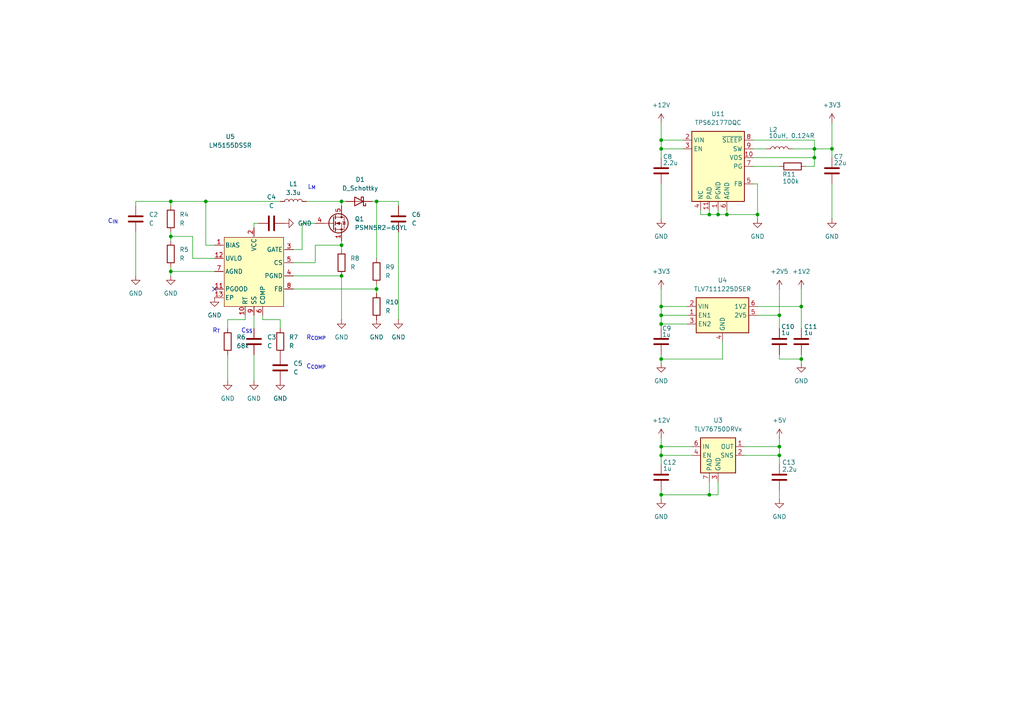
<source format=kicad_sch>
(kicad_sch (version 20231120) (generator "eeschema") (generator_version "8.0")
  (paper "A4")
  (lib_symbols
    (symbol "Device:C" (pin_numbers hide) (pin_names (offset 0.254))
      (property "Reference" "C" (at 0.635 2.54 0))
      (property "Value" "C" (at 0.635 -2.54 0))
      (symbol "C_0_1"
        (polyline (pts (xy -2.032 -0.762) (xy 2.032 -0.762)) (stroke (width 0.508)))
        (polyline (pts (xy -2.032 0.762) (xy 2.032 0.762)) (stroke (width 0.508)))
      )
      (symbol "C_1_1"
        (pin passive line (at 0 3.81 270) (length 2.794) (name "~") (number "1"))
        (pin passive line (at 0 -3.81 90) (length 2.794) (name "~") (number "2"))
      )
    )
    (symbol "Device:D_Schottky" (pin_numbers hide) (pin_names (offset 1.016) hide)
      (property "Reference" "D" (at 0 2.54 0))
      (property "Value" "D_Schottky" (at 0 -2.54 0))
      (symbol "D_Schottky_0_1"
        (polyline (pts (xy 1.27 0) (xy -1.27 0)))
        (polyline (pts (xy 1.27 1.27) (xy 1.27 -1.27) (xy -1.27 0) (xy 1.27 1.27)) (stroke (width 0.254)))
        (polyline (pts (xy -1.905 0.635) (xy -1.905 1.27) (xy -1.27 1.27) (xy -1.27 -1.27) (xy -0.635 -1.27) (xy -0.635 -0.635)) (stroke (width 0.254)))
      )
      (symbol "D_Schottky_1_1"
        (pin passive line (at -3.81 0 0) (length 2.54) (name "K") (number "1"))
        (pin passive line (at 3.81 0 180) (length 2.54) (name "A") (number "2"))
      )
    )
    (symbol "Device:L" (pin_numbers hide) (pin_names (offset 1.016) hide)
      (property "Reference" "L" (at -1.27 0 90))
      (property "Value" "L" (at 1.905 0 90))
      (symbol "L_0_1"
        (arc (start 0 -2.54) (mid 0.6323 -1.905) (end 0 -1.27))
        (arc (start 0 -1.27) (mid 0.6323 -0.635) (end 0 0))
        (arc (start 0 0) (mid 0.6323 0.635) (end 0 1.27))
        (arc (start 0 1.27) (mid 0.6323 1.905) (end 0 2.54))
      )
      (symbol "L_1_1"
        (pin passive line (at 0 3.81 270) (length 1.27) (name "1") (number "1"))
        (pin passive line (at 0 -3.81 90) (length 1.27) (name "2") (number "2"))
      )
    )
    (symbol "Device:R" (pin_numbers hide) (pin_names (offset 0))
      (property "Reference" "R" (at 2.032 0 90))
      (property "Value" "R" (at 0 0 90))
      (symbol "R_0_1"
        (rectangle (start -1.016 -2.54) (end 1.016 2.54) (stroke (width 0.254)))
      )
      (symbol "R_1_1"
        (pin passive line (at 0 3.81 270) (length 1.27) (name "~") (number "1"))
        (pin passive line (at 0 -3.81 90) (length 1.27) (name "~") (number "2"))
      )
    )
    (symbol "Regulator_Linear:TLV76750DRVx"
      (property "Reference" "U" (at 0 8.89 0))
      (property "Value" "TLV76750DRVx" (at 0 6.35 0))
      (symbol "TLV76750DRVx_0_1"
        (rectangle (start -5.08 -5.08) (end 5.08 5.08) (stroke (width 0.254)) (fill (type background)))
      )
      (symbol "TLV76750DRVx_1_1"
        (pin power_out line (at 7.62 2.54 180) (length 2.54) (name "OUT") (number "1"))
        (pin input line (at 7.62 0 180) (length 2.54) (name "SNS") (number "2"))
        (pin power_in line (at 0 -7.62 90) (length 2.54) (name "GND") (number "3"))
        (pin input line (at -7.62 0 0) (length 2.54) (name "EN") (number "4"))
        (pin passive line (at 0 -7.62 90) (length 2.54) hide (name "GND") (number "5"))
        (pin power_in line (at -7.62 2.54 0) (length 2.54) (name "IN") (number "6"))
        (pin passive line (at -2.54 -7.62 90) (length 2.54) (name "PAD") (number "7"))
      )
    )
    (symbol "Regulator_Switching:TPS62177DQC"
      (property "Reference" "U11" (at 0 15.24 0))
      (property "Value" "TPS62177DQC" (at 0 12.7 0))
      (symbol "TPS62177DQC_0_1"
        (rectangle (start -7.62 10.16) (end 7.62 -10.16) (stroke (width 0.254)) (fill (type background)))
      )
      (symbol "TPS62177DQC_1_1"
        (pin power_in line (at 0 -12.7 90) (length 2.54) (name "PGND") (number "1"))
        (pin input line (at 10.16 2.54 180) (length 2.54) (name "VOS") (number "10"))
        (pin power_in line (at -2.54 -12.7 90) (length 2.54) (name "PAD") (number "11"))
        (pin power_in line (at -10.16 7.62 0) (length 2.54) (name "VIN") (number "2"))
        (pin input line (at -10.16 5.08 0) (length 2.54) (name "EN") (number "3"))
        (pin passive line (at -5.08 -12.7 90) (length 2.54) (name "NC") (number "4"))
        (pin input line (at 10.16 -5.08 180) (length 2.54) (name "FB") (number "5"))
        (pin power_in line (at 2.54 -12.7 90) (length 2.54) (name "AGND") (number "6"))
        (pin output line (at 10.16 0 180) (length 2.54) (name "PG") (number "7"))
        (pin input line (at 10.16 7.62 180) (length 2.54) (name "~{SLEEP}") (number "8"))
        (pin power_out line (at 10.16 5.08 180) (length 2.54) (name "SW") (number "9"))
      )
    )
    (symbol "Transistor_FET:PSMN5R2-60YL" (pin_names hide)
      (property "Reference" "Q" (at 5.715 1.905 0))
      (property "Value" "PSMN5R2-60YL" (at 12.7 0 0))
      (symbol "PSMN5R2-60YL_0_1"
        (polyline (pts (xy 0.254 0) (xy -2.54 0)))
        (polyline (pts (xy 0.254 1.905) (xy 0.254 -1.905)) (stroke (width 0.254)))
        (polyline (pts (xy 0.762 -1.27) (xy 0.762 -2.286)) (stroke (width 0.254)))
        (polyline (pts (xy 0.762 0.508) (xy 0.762 -0.508)) (stroke (width 0.254)))
        (polyline (pts (xy 0.762 2.286) (xy 0.762 1.27)) (stroke (width 0.254)))
        (polyline (pts (xy 2.54 2.54) (xy 2.54 1.778)))
        (polyline (pts (xy 2.54 -2.54) (xy 2.54 0) (xy 0.762 0)))
        (polyline (pts (xy 0.762 -1.778) (xy 3.302 -1.778) (xy 3.302 1.778) (xy 0.762 1.778)))
        (polyline (pts (xy 1.016 0) (xy 2.032 0.381) (xy 2.032 -0.381) (xy 1.016 0)) (fill (type outline)))
        (polyline (pts (xy 2.794 0.508) (xy 2.921 0.381) (xy 3.683 0.381) (xy 3.81 0.254)))
        (polyline (pts (xy 3.302 0.381) (xy 2.921 -0.254) (xy 3.683 -0.254) (xy 3.302 0.381)))
        (circle (center 1.651 0) (radius 2.794) (stroke (width 0.254)))
        (circle (center 2.54 -1.778) (radius 0.254) (fill (type outline)))
        (circle (center 2.54 1.778) (radius 0.254) (fill (type outline)))
      )
      (symbol "PSMN5R2-60YL_1_1"
        (pin passive line (at 2.54 -5.08 90) (length 2.54) (name "S") (number "1"))
        (pin passive line (at 2.54 -5.08 90) (length 2.54) hide (name "S") (number "2"))
        (pin passive line (at 2.54 -5.08 90) (length 2.54) hide (name "S") (number "3"))
        (pin passive line (at -5.08 0 0) (length 2.54) (name "G") (number "4"))
        (pin passive line (at 2.54 5.08 270) (length 2.54) (name "D") (number "5"))
      )
    )
    (symbol "lm5155:LM5155DSSR"
      (property "Reference" "U" (at -13.97 14.732 0))
      (property "Value" "LM5155DSSR" (at -8.382 12.446 0))
      (symbol "LM5155DSSR_1_1"
        (rectangle (start -8.636 9.906) (end 8.636 -10.16) (fill (type background)))
        (pin power_in line (at -11.43 7.62 0) (length 2.54) (name "BIAS") (number "1"))
        (pin input line (at -2.54 -12.7 90) (length 2.54) (name "RT") (number "10"))
        (pin output line (at -11.43 -5.08 0) (length 2.54) (name "PGOOD") (number "11"))
        (pin input line (at -11.43 3.81 0) (length 2.54) (name "UVLO") (number "12"))
        (pin passive line (at -11.43 -7.62 0) (length 2.54) (name "EP") (number "13"))
        (pin power_in line (at 0 12.7 270) (length 2.54) (name "VCC") (number "2"))
        (pin output line (at 11.43 6.35 180) (length 2.54) (name "GATE") (number "3"))
        (pin power_in line (at 11.43 -1.27 180) (length 2.54) (name "PGND") (number "4"))
        (pin input line (at 11.43 2.54 180) (length 2.54) (name "CS") (number "5"))
        (pin output line (at 2.54 -12.7 90) (length 2.54) (name "COMP") (number "6"))
        (pin power_in line (at -11.43 0 0) (length 2.54) (name "AGND") (number "7"))
        (pin input line (at 11.43 -5.08 180) (length 2.54) (name "FB") (number "8"))
        (pin input line (at 0 -12.7 90) (length 2.54) (name "SS") (number "9"))
      )
    )
    (symbol "power:+12V" (power) (pin_numbers hide) (pin_names (offset 0) hide)
      (property "Value" "+12V" (at 0 3.556 0))
      (symbol "+12V_0_1"
        (polyline (pts (xy -0.762 1.27) (xy 0 2.54)))
        (polyline (pts (xy 0 0) (xy 0 2.54)))
        (polyline (pts (xy 0 2.54) (xy 0.762 1.27)))
      )
      (symbol "+12V_1_1"
        (pin power_in line (at 0 0 90) (length 0) (name "~") (number "1"))
      )
    )
    (symbol "power:+1V2" (power) (pin_numbers hide) (pin_names (offset 0) hide)
      (property "Value" "+1V2" (at 0 3.556 0))
      (symbol "+1V2_0_1"
        (polyline (pts (xy -0.762 1.27) (xy 0 2.54)))
        (polyline (pts (xy 0 0) (xy 0 2.54)))
        (polyline (pts (xy 0 2.54) (xy 0.762 1.27)))
      )
      (symbol "+1V2_1_1"
        (pin power_in line (at 0 0 90) (length 0) (name "~") (number "1"))
      )
    )
    (symbol "power:+2V5" (power) (pin_numbers hide) (pin_names (offset 0) hide)
      (property "Value" "+2V5" (at 0 3.556 0))
      (symbol "+2V5_0_1"
        (polyline (pts (xy -0.762 1.27) (xy 0 2.54)))
        (polyline (pts (xy 0 0) (xy 0 2.54)))
        (polyline (pts (xy 0 2.54) (xy 0.762 1.27)))
      )
      (symbol "+2V5_1_1"
        (pin power_in line (at 0 0 90) (length 0) (name "~") (number "1"))
      )
    )
    (symbol "power:+3V3" (power) (pin_numbers hide) (pin_names (offset 0) hide)
      (property "Value" "+3V3" (at 0 3.556 0))
      (symbol "+3V3_0_1"
        (polyline (pts (xy -0.762 1.27) (xy 0 2.54)))
        (polyline (pts (xy 0 0) (xy 0 2.54)))
        (polyline (pts (xy 0 2.54) (xy 0.762 1.27)))
      )
      (symbol "+3V3_1_1"
        (pin power_in line (at 0 0 90) (length 0) (name "~") (number "1"))
      )
    )
    (symbol "power:+5V" (power) (pin_numbers hide) (pin_names (offset 0) hide)
      (property "Value" "+5V" (at 0 3.556 0))
      (symbol "+5V_0_1"
        (polyline (pts (xy -0.762 1.27) (xy 0 2.54)))
        (polyline (pts (xy 0 0) (xy 0 2.54)))
        (polyline (pts (xy 0 2.54) (xy 0.762 1.27)))
      )
      (symbol "+5V_1_1"
        (pin power_in line (at 0 0 90) (length 0) (name "~") (number "1"))
      )
    )
    (symbol "power:GND" (power) (pin_numbers hide) (pin_names (offset 0) hide)
      (property "Value" "GND" (at 0 -3.81 0))
      (symbol "GND_0_1"
        (polyline (pts (xy 0 0) (xy 0 -1.27) (xy 1.27 -1.27) (xy 0 -2.54) (xy -1.27 -1.27) (xy 0 -1.27)))
      )
      (symbol "GND_1_1"
        (pin power_in line (at 0 0 270) (length 0) (name "~") (number "1"))
      )
    )
    (symbol "tlv711:TLV7111225DSER"
      (property "Reference" "U" (at -7.62 10.16 0))
      (property "Value" "TLV7111225DSER" (at -7.62 7.62 0))
      (symbol "TLV7111225DSER_1_1"
        (rectangle (start -7.62 5.08) (end 7.62 -5.08) (stroke (width 0.254)) (fill (type background)))
        (pin input line (at -10.16 0 0) (length 2.54) (name "EN1") (number "1"))
        (pin power_in line (at -10.16 2.54 0) (length 2.54) (name "VIN") (number "2"))
        (pin input line (at -10.16 -2.54 0) (length 2.54) (name "EN2") (number "3"))
        (pin power_in line (at 0 -7.62 90) (length 2.54) (name "GND") (number "4"))
        (pin power_out line (at 10.16 0 180) (length 2.54) (name "2V5") (number "5"))
        (pin power_out line (at 10.16 2.54 180) (length 2.54) (name "1V2") (number "6"))
      )
    )
  )
  (junction (at 226.06 129.54))
  (junction (at 191.77 40.64))
  (junction (at 99.06 80.01))
  (junction (at 210.82 62.23))
  (junction (at 226.06 132.08))
  (junction (at 59.69 58.42))
  (junction (at 191.77 143.51))
  (junction (at 191.77 93.98))
  (junction (at 191.77 43.18))
  (junction (at 191.77 91.44))
  (junction (at 219.71 62.23))
  (junction (at 49.53 68.58))
  (junction (at 232.41 104.14))
  (junction (at 232.41 88.9))
  (junction (at 99.06 58.42))
  (junction (at 191.77 132.08))
  (junction (at 191.77 88.9))
  (junction (at 109.22 83.82))
  (junction (at 191.77 129.54))
  (junction (at 236.22 45.72))
  (junction (at 208.28 62.23))
  (junction (at 241.3 43.18))
  (junction (at 191.77 104.14))
  (junction (at 109.22 58.42))
  (junction (at 226.06 91.44))
  (junction (at 236.22 43.18))
  (junction (at 205.74 62.23))
  (junction (at 49.53 78.74))
  (junction (at 49.53 58.42))
  (junction (at 99.06 71.12))
  (junction (at 205.74 143.51))
  (no_connect (at 62.23 83.82))
  (wire (pts (xy 232.41 102.87) (xy 232.41 104.14)))
  (wire (pts (xy 76.2 92.71) (xy 76.2 91.44)))
  (wire (pts (xy 215.9 129.54) (xy 226.06 129.54)))
  (wire (pts (xy 236.22 43.18) (xy 236.22 45.72)))
  (wire (pts (xy 191.77 129.54) (xy 191.77 132.08)))
  (wire (pts (xy 191.77 45.72) (xy 191.77 43.18)))
  (wire (pts (xy 241.3 35.56) (xy 241.3 43.18)))
  (wire (pts (xy 49.53 78.74) (xy 49.53 77.47)))
  (wire (pts (xy 200.66 132.08) (xy 191.77 132.08)))
  (wire (pts (xy 229.87 43.18) (xy 236.22 43.18)))
  (wire (pts (xy 219.71 62.23) (xy 210.82 62.23)))
  (wire (pts (xy 210.82 62.23) (xy 208.28 62.23)))
  (wire (pts (xy 85.09 80.01) (xy 99.06 80.01)))
  (wire (pts (xy 71.12 92.71) (xy 71.12 91.44)))
  (wire (pts (xy 191.77 95.25) (xy 191.77 93.98)))
  (wire (pts (xy 219.71 88.9) (xy 232.41 88.9)))
  (wire (pts (xy 199.39 91.44) (xy 191.77 91.44)))
  (wire (pts (xy 218.44 48.26) (xy 226.06 48.26)))
  (wire (pts (xy 218.44 40.64) (xy 236.22 40.64)))
  (wire (pts (xy 232.41 83.82) (xy 232.41 88.9)))
  (wire (pts (xy 203.2 62.23) (xy 205.74 62.23)))
  (wire (pts (xy 109.22 82.55) (xy 109.22 83.82)))
  (wire (pts (xy 205.74 62.23) (xy 208.28 62.23)))
  (wire (pts (xy 115.57 92.71) (xy 115.57 67.31)))
  (wire (pts (xy 200.66 129.54) (xy 191.77 129.54)))
  (wire (pts (xy 81.28 95.25) (xy 81.28 92.71)))
  (wire (pts (xy 191.77 43.18) (xy 198.12 43.18)))
  (wire (pts (xy 209.55 104.14) (xy 191.77 104.14)))
  (wire (pts (xy 66.04 92.71) (xy 71.12 92.71)))
  (wire (pts (xy 91.44 76.2) (xy 91.44 71.12)))
  (wire (pts (xy 73.66 64.77) (xy 73.66 66.04)))
  (wire (pts (xy 191.77 40.64) (xy 191.77 43.18)))
  (wire (pts (xy 219.71 62.23) (xy 219.71 63.5)))
  (wire (pts (xy 205.74 60.96) (xy 205.74 62.23)))
  (wire (pts (xy 191.77 142.24) (xy 191.77 143.51)))
  (wire (pts (xy 39.37 58.42) (xy 49.53 58.42)))
  (wire (pts (xy 191.77 83.82) (xy 191.77 88.9)))
  (wire (pts (xy 85.09 83.82) (xy 109.22 83.82)))
  (wire (pts (xy 91.44 71.12) (xy 99.06 71.12)))
  (wire (pts (xy 49.53 68.58) (xy 49.53 69.85)))
  (wire (pts (xy 215.9 132.08) (xy 226.06 132.08)))
  (wire (pts (xy 81.28 92.71) (xy 76.2 92.71)))
  (wire (pts (xy 49.53 78.74) (xy 49.53 80.01)))
  (wire (pts (xy 91.44 64.77) (xy 87.63 64.77)))
  (wire (pts (xy 66.04 95.25) (xy 66.04 92.71)))
  (wire (pts (xy 198.12 40.64) (xy 191.77 40.64)))
  (wire (pts (xy 226.06 127) (xy 226.06 129.54)))
  (wire (pts (xy 226.06 91.44) (xy 226.06 95.25)))
  (wire (pts (xy 191.77 91.44) (xy 191.77 88.9)))
  (wire (pts (xy 99.06 80.01) (xy 99.06 92.71)))
  (wire (pts (xy 115.57 59.69) (xy 115.57 58.42)))
  (wire (pts (xy 232.41 104.14) (xy 232.41 105.41)))
  (wire (pts (xy 226.06 129.54) (xy 226.06 132.08)))
  (wire (pts (xy 73.66 110.49) (xy 73.66 102.87)))
  (wire (pts (xy 226.06 132.08) (xy 226.06 134.62)))
  (wire (pts (xy 226.06 104.14) (xy 232.41 104.14)))
  (wire (pts (xy 241.3 43.18) (xy 236.22 43.18)))
  (wire (pts (xy 99.06 71.12) (xy 99.06 72.39)))
  (wire (pts (xy 191.77 63.5) (xy 191.77 53.34)))
  (wire (pts (xy 55.88 74.93) (xy 55.88 68.58)))
  (wire (pts (xy 73.66 91.44) (xy 73.66 95.25)))
  (wire (pts (xy 232.41 88.9) (xy 232.41 95.25)))
  (wire (pts (xy 99.06 69.85) (xy 99.06 71.12)))
  (wire (pts (xy 233.68 48.26) (xy 236.22 48.26)))
  (wire (pts (xy 62.23 74.93) (xy 55.88 74.93)))
  (wire (pts (xy 59.69 71.12) (xy 62.23 71.12)))
  (wire (pts (xy 241.3 45.72) (xy 241.3 43.18)))
  (wire (pts (xy 100.33 58.42) (xy 99.06 58.42)))
  (wire (pts (xy 208.28 143.51) (xy 205.74 143.51)))
  (wire (pts (xy 191.77 35.56) (xy 191.77 40.64)))
  (wire (pts (xy 226.06 142.24) (xy 226.06 144.78)))
  (wire (pts (xy 210.82 60.96) (xy 210.82 62.23)))
  (wire (pts (xy 205.74 139.7) (xy 205.74 143.51)))
  (wire (pts (xy 208.28 139.7) (xy 208.28 143.51)))
  (wire (pts (xy 236.22 48.26) (xy 236.22 45.72)))
  (wire (pts (xy 205.74 143.51) (xy 191.77 143.51)))
  (wire (pts (xy 226.06 102.87) (xy 226.06 104.14)))
  (wire (pts (xy 49.53 78.74) (xy 62.23 78.74)))
  (wire (pts (xy 203.2 60.96) (xy 203.2 62.23)))
  (wire (pts (xy 241.3 53.34) (xy 241.3 63.5)))
  (wire (pts (xy 107.95 58.42) (xy 109.22 58.42)))
  (wire (pts (xy 55.88 68.58) (xy 49.53 68.58)))
  (wire (pts (xy 226.06 83.82) (xy 226.06 91.44)))
  (wire (pts (xy 66.04 110.49) (xy 66.04 102.87)))
  (wire (pts (xy 109.22 58.42) (xy 109.22 74.93)))
  (wire (pts (xy 199.39 93.98) (xy 191.77 93.98)))
  (wire (pts (xy 49.53 59.69) (xy 49.53 58.42)))
  (wire (pts (xy 191.77 105.41) (xy 191.77 104.14)))
  (wire (pts (xy 219.71 53.34) (xy 219.71 62.23)))
  (wire (pts (xy 191.77 91.44) (xy 191.77 93.98)))
  (wire (pts (xy 74.93 64.77) (xy 73.66 64.77)))
  (wire (pts (xy 49.53 58.42) (xy 59.69 58.42)))
  (wire (pts (xy 191.77 129.54) (xy 191.77 127)))
  (wire (pts (xy 208.28 60.96) (xy 208.28 62.23)))
  (wire (pts (xy 81.28 58.42) (xy 59.69 58.42)))
  (wire (pts (xy 191.77 104.14) (xy 191.77 102.87)))
  (wire (pts (xy 109.22 83.82) (xy 109.22 85.09)))
  (wire (pts (xy 191.77 132.08) (xy 191.77 134.62)))
  (wire (pts (xy 236.22 40.64) (xy 236.22 43.18)))
  (wire (pts (xy 99.06 58.42) (xy 99.06 59.69)))
  (wire (pts (xy 85.09 76.2) (xy 91.44 76.2)))
  (wire (pts (xy 49.53 67.31) (xy 49.53 68.58)))
  (wire (pts (xy 59.69 58.42) (xy 59.69 71.12)))
  (wire (pts (xy 88.9 58.42) (xy 99.06 58.42)))
  (wire (pts (xy 218.44 45.72) (xy 236.22 45.72)))
  (wire (pts (xy 39.37 80.01) (xy 39.37 67.31)))
  (wire (pts (xy 191.77 143.51) (xy 191.77 144.78)))
  (wire (pts (xy 219.71 91.44) (xy 226.06 91.44)))
  (wire (pts (xy 85.09 72.39) (xy 87.63 72.39)))
  (wire (pts (xy 209.55 99.06) (xy 209.55 104.14)))
  (wire (pts (xy 87.63 64.77) (xy 87.63 72.39)))
  (wire (pts (xy 218.44 53.34) (xy 219.71 53.34)))
  (wire (pts (xy 218.44 43.18) (xy 222.25 43.18)))
  (wire (pts (xy 39.37 59.69) (xy 39.37 58.42)))
  (wire (pts (xy 115.57 58.42) (xy 109.22 58.42)))
  (wire (pts (xy 191.77 88.9) (xy 199.39 88.9)))
  (text "C_{IN}" (at 32.766 64.262 0) (effects (font (size 1.27 1.27))))
  (text "R_{T}" (at 62.738 96.012 0) (effects (font (size 1.27 1.27))))
  (text "C_{COMP}" (at 91.694 106.426 0) (effects (font (size 1.27 1.27))))
  (text "R_{COMP}" (at 91.694 98.044 0) (effects (font (size 1.27 1.27))))
  (text "C_{SS}" (at 71.628 96.012 0) (effects (font (size 1.27 1.27))))
  (text "L_{M}\n" (at 90.424 54.356 0) (effects (font (size 1.27 1.27))))
  (symbol (lib_id "Regulator_Switching:TPS62177DQC") (at 208.28 48.26 0) (unit 1)
    (property "Reference" "U11" (at 208.28 33.02 0))
    (property "Value" "TPS62177DQC" (at 208.28 35.56 0))
    (property "Footprint" "Package_SON:WSON-10-1EP_2x3mm_P0.5mm_EP0.84x2.4mm_ThermalVias" (effects (hide yes)))
    (property "Datasheet" "http://www.ti.com/lit/ds/symlink/tps62177.pdf" (effects (hide yes)))
    (property "Description" "500mA Step-Down Converter with Sleep Mode, fixed 3.3V Output Voltage, 4.75-28V input voltage, WSON-10" (effects (hide yes)))
  )
  (symbol (lib_id "Device:R") (at 229.87 48.26 90) (unit 1)
    (property "Reference" "R11" (at 228.854 50.546 90))
    (property "Value" "100k" (at 229.362 52.578 90))
    (property "Description" "Resistor" (effects (hide yes)))
  )
  (symbol (lib_id "Device:C") (at 191.77 99.06 0) (unit 1)
    (property "Reference" "C9" (at 192.024 95.25 0) (effects (justify left)))
    (property "Value" "1u" (at 192.024 97.0281 0) (effects (justify left)))
    (property "Description" "Unpolarized capacitor" (effects (hide yes)))
  )
  (symbol (lib_id "Device:R") (at 109.22 78.74 0) (unit 1)
    (property "Reference" "R9" (at 111.76 77.4699 0) (effects (justify left)))
    (property "Value" "R" (at 111.76 80.0099 0) (effects (justify left)))
    (property "Description" "Resistor" (effects (hide yes)))
  )
  (symbol (lib_id "Device:D_Schottky") (at 104.14 58.42 180) (unit 1)
    (property "Reference" "D1" (at 104.4575 52.07 0))
    (property "Value" "D_Schottky" (at 104.4575 54.61 0))
    (property "Description" "Schottky diode" (effects (hide yes)))
  )
  (symbol (lib_id "power:GND") (at 191.77 144.78 0) (unit 1)
    (property "Reference" "#PWR027" (effects (hide yes)))
    (property "Value" "GND" (at 191.77 149.86 0))
    (property "Description" "Power symbol creates a global label with name \"GND\" , ground" (effects (hide yes)))
  )
  (symbol (lib_id "Device:R") (at 49.53 73.66 0) (unit 1)
    (property "Reference" "R5" (at 52.07 72.3899 0) (effects (justify left)))
    (property "Value" "R" (at 52.07 74.9299 0) (effects (justify left)))
    (property "Description" "Resistor" (effects (hide yes)))
  )
  (symbol (lib_id "Device:C") (at 81.28 106.68 0) (unit 1)
    (property "Reference" "C5" (at 85.09 105.4099 0) (effects (justify left)))
    (property "Value" "C" (at 85.09 107.9499 0) (effects (justify left)))
    (property "Description" "Unpolarized capacitor" (effects (hide yes)))
  )
  (symbol (lib_id "Device:R") (at 81.28 99.06 0) (unit 1)
    (property "Reference" "R7" (at 83.82 97.7899 0) (effects (justify left)))
    (property "Value" "R" (at 83.82 100.3299 0) (effects (justify left)))
    (property "Description" "Resistor" (effects (hide yes)))
  )
  (symbol (lib_id "Device:C") (at 191.77 49.53 0) (unit 1)
    (property "Reference" "C8" (at 192.278 45.466 0) (effects (justify left)))
    (property "Value" "2.2u" (at 192.278 47.2441 0) (effects (justify left)))
    (property "Description" "Unpolarized capacitor" (effects (hide yes)))
  )
  (symbol (lib_id "Device:C") (at 226.06 138.43 0) (unit 1)
    (property "Reference" "C13" (at 226.822 134.1121 0) (effects (justify left)))
    (property "Value" "2.2u" (at 226.822 136.144 0) (effects (justify left)))
    (property "Description" "Unpolarized capacitor" (effects (hide yes)))
  )
  (symbol (lib_id "power:GND") (at 62.23 86.36 0) (unit 1)
    (property "Reference" "#PWR08" (effects (hide yes)))
    (property "Value" "GND" (at 62.23 91.44 0))
    (property "Description" "Power symbol creates a global label with name \"GND\" , ground" (effects (hide yes)))
  )
  (symbol (lib_id "Device:R") (at 109.22 88.9 0) (unit 1)
    (property "Reference" "R10" (at 111.76 87.6299 0) (effects (justify left)))
    (property "Value" "R" (at 111.76 90.1699 0) (effects (justify left)))
    (property "Description" "Resistor" (effects (hide yes)))
  )
  (symbol (lib_id "Device:L") (at 226.06 43.18 90) (unit 1)
    (property "Reference" "L2" (at 224.282 37.592 90))
    (property "Value" "10uH, 0.124R" (at 229.616 39.37 90))
    (property "Description" "Inductor" (effects (hide yes)))
  )
  (symbol (lib_id "power:+1V2") (at 232.41 83.82 0) (unit 1)
    (property "Reference" "#PWR025" (effects (hide yes)))
    (property "Value" "+1V2" (at 232.41 78.74 0))
    (property "Description" "Power symbol creates a global label with name \"+1V2\"" (effects (hide yes)))
  )
  (symbol (lib_id "power:+3V3") (at 241.3 35.56 0) (unit 1)
    (property "Reference" "#PWR019" (effects (hide yes)))
    (property "Value" "+3V3" (at 241.3 30.48 0))
    (property "Description" "Power symbol creates a global label with name \"+3V3\"" (effects (hide yes)))
  )
  (symbol (lib_id "power:+5V") (at 226.06 127 0) (unit 1)
    (property "Reference" "#PWR029" (effects (hide yes)))
    (property "Value" "+5V" (at 226.06 121.92 0))
    (property "Description" "Power symbol creates a global label with name \"+5V\"" (effects (hide yes)))
  )
  (symbol (lib_id "power:+12V") (at 191.77 35.56 0) (unit 1)
    (property "Reference" "#PWR020" (effects (hide yes)))
    (property "Value" "+12V" (at 191.77 30.48 0))
    (property "Description" "Power symbol creates a global label with name \"+12V\"" (effects (hide yes)))
  )
  (symbol (lib_id "power:GND") (at 232.41 105.41 0) (unit 1)
    (property "Reference" "#PWR023" (effects (hide yes)))
    (property "Value" "GND" (at 232.41 110.49 0))
    (property "Description" "Power symbol creates a global label with name \"GND\" , ground" (effects (hide yes)))
  )
  (symbol (lib_id "Device:R") (at 99.06 76.2 0) (unit 1)
    (property "Reference" "R8" (at 101.6 74.9299 0) (effects (justify left)))
    (property "Value" "R" (at 101.6 77.4699 0) (effects (justify left)))
    (property "Description" "Resistor" (effects (hide yes)))
  )
  (symbol (lib_id "power:GND") (at 115.57 92.71 0) (unit 1)
    (property "Reference" "#PWR015" (effects (hide yes)))
    (property "Value" "GND" (at 115.57 97.79 0))
    (property "Description" "Power symbol creates a global label with name \"GND\" , ground" (effects (hide yes)))
  )
  (symbol (lib_id "Device:L") (at 85.09 58.42 90) (unit 1)
    (property "Reference" "L1" (at 85.09 53.34 90))
    (property "Value" "3.3u" (at 85.09 55.88 90))
    (property "Description" "Inductor" (effects (hide yes)))
    (property "LCSC" "C24550" (effects (hide yes)))
  )
  (symbol (lib_id "power:GND") (at 99.06 92.71 0) (unit 1)
    (property "Reference" "#PWR013" (effects (hide yes)))
    (property "Value" "GND" (at 99.06 97.79 0))
    (property "Description" "Power symbol creates a global label with name \"GND\" , ground" (effects (hide yes)))
  )
  (symbol (lib_id "power:GND") (at 49.53 80.01 0) (unit 1)
    (property "Reference" "#PWR07" (effects (hide yes)))
    (property "Value" "GND" (at 49.53 85.09 0))
    (property "Description" "Power symbol creates a global label with name \"GND\" , ground" (effects (hide yes)))
  )
  (symbol (lib_id "power:GND") (at 191.77 63.5 0) (unit 1)
    (property "Reference" "#PWR018" (effects (hide yes)))
    (property "Value" "GND" (at 191.77 68.58 0))
    (property "Description" "Power symbol creates a global label with name \"GND\" , ground" (effects (hide yes)))
  )
  (symbol (lib_id "Device:C") (at 115.57 63.5 0) (unit 1)
    (property "Reference" "C6" (at 119.38 62.2299 0) (effects (justify left)))
    (property "Value" "C" (at 119.38 64.7699 0) (effects (justify left)))
    (property "Description" "Unpolarized capacitor" (effects (hide yes)))
  )
  (symbol (lib_id "Device:C") (at 241.3 49.53 0) (unit 1)
    (property "Reference" "C7" (at 241.808 45.4659 0) (effects (justify left)))
    (property "Value" "22u" (at 241.808 47.244 0) (effects (justify left)))
    (property "Description" "Unpolarized capacitor" (effects (hide yes)))
  )
  (symbol (lib_id "power:+12V") (at 191.77 127 0) (unit 1)
    (property "Reference" "#PWR026" (effects (hide yes)))
    (property "Value" "+12V" (at 191.77 121.92 0))
    (property "Description" "Power symbol creates a global label with name \"+12V\"" (effects (hide yes)))
  )
  (symbol (lib_id "Device:C") (at 232.41 99.06 0) (unit 1)
    (property "Reference" "C11" (at 233.172 94.742 0) (effects (justify left)))
    (property "Value" "1u" (at 233.172 96.5201 0) (effects (justify left)))
    (property "Description" "Unpolarized capacitor" (effects (hide yes)))
  )
  (symbol (lib_id "power:GND") (at 82.55 64.77 90) (unit 1)
    (property "Reference" "#PWR012" (effects (hide yes)))
    (property "Value" "GND" (at 86.36 64.7699 90) (effects (justify right)))
    (property "Description" "Power symbol creates a global label with name \"GND\" , ground" (effects (hide yes)))
  )
  (symbol (lib_id "power:GND") (at 226.06 144.78 0) (unit 1)
    (property "Reference" "#PWR028" (effects (hide yes)))
    (property "Value" "GND" (at 226.06 149.86 0))
    (property "Description" "Power symbol creates a global label with name \"GND\" , ground" (effects (hide yes)))
  )
  (symbol (lib_id "Device:R") (at 66.04 99.06 0) (unit 1)
    (property "Reference" "R6" (at 68.58 97.7899 0) (effects (justify left)))
    (property "Value" "68k" (at 68.58 100.3299 0) (effects (justify left)))
    (property "Description" "Resistor" (effects (hide yes)))
  )
  (symbol (lib_id "power:GND") (at 219.71 63.5 0) (unit 1)
    (property "Reference" "#PWR016" (effects (hide yes)))
    (property "Value" "GND" (at 219.71 68.58 0))
    (property "Description" "Power symbol creates a global label with name \"GND\" , ground" (effects (hide yes)))
  )
  (symbol (lib_id "Device:C") (at 39.37 63.5 0) (unit 1)
    (property "Reference" "C2" (at 43.18 62.2299 0) (effects (justify left)))
    (property "Value" "C" (at 43.18 64.7699 0) (effects (justify left)))
    (property "Description" "Unpolarized capacitor" (effects (hide yes)))
  )
  (symbol (lib_id "Device:R") (at 49.53 63.5 0) (unit 1)
    (property "Reference" "R4" (at 52.07 62.2299 0) (effects (justify left)))
    (property "Value" "R" (at 52.07 64.7699 0) (effects (justify left)))
    (property "Description" "Resistor" (effects (hide yes)))
  )
  (symbol (lib_id "Device:C") (at 226.06 99.06 0) (unit 1)
    (property "Reference" "C10" (at 226.568 94.742 0) (effects (justify left)))
    (property "Value" "1u" (at 226.568 96.5199 0) (effects (justify left)))
    (property "Description" "Unpolarized capacitor" (effects (hide yes)))
  )
  (symbol (lib_id "power:GND") (at 241.3 63.5 0) (unit 1)
    (property "Reference" "#PWR017" (effects (hide yes)))
    (property "Value" "GND" (at 241.3 68.58 0))
    (property "Description" "Power symbol creates a global label with name \"GND\" , ground" (effects (hide yes)))
  )
  (symbol (lib_id "Transistor_FET:PSMN5R2-60YL") (at 96.52 64.77 0) (unit 1)
    (property "Reference" "Q1" (at 102.87 63.4999 0) (effects (justify left)))
    (property "Value" "PSMN5R2-60YL" (at 102.87 66.0399 0) (effects (justify left)))
    (property "Footprint" "Package_TO_SOT_SMD:LFPAK56" (effects (hide yes)))
    (property "Datasheet" "https://assets.nexperia.com/documents/data-sheet/PSMN5R2-60YL.pdf" (effects (hide yes)))
    (property "Description" "100A, 60V Vds, N-Channel MOSFET, 5.2mOhm Ron, LFPAK56" (effects (hide yes)))
  )
  (symbol (lib_id "Device:C") (at 73.66 99.06 0) (unit 1)
    (property "Reference" "C3" (at 77.47 97.7899 0) (effects (justify left)))
    (property "Value" "C" (at 77.47 100.3299 0) (effects (justify left)))
    (property "Description" "Unpolarized capacitor" (effects (hide yes)))
  )
  (symbol (lib_id "Regulator_Linear:TLV76750DRVx") (at 208.28 132.08 0) (unit 1)
    (property "Reference" "U3" (at 208.28 121.92 0))
    (property "Value" "TLV76750DRVx" (at 208.28 124.46 0))
    (property "Footprint" "Package_SON:WSON-6-1EP_2x2mm_P0.65mm_EP1x1.6mm_ThermalVias" (effects (hide yes)))
    (property "Datasheet" "www.ti.com/lit/gpn/TLV767" (effects (hide yes)))
    (property "Description" "1A, 16V Precision Linear Voltage Regulator, with enable pin, Fixed Output 5.0V, WSON-6" (effects (hide yes)))
  )
  (symbol (lib_id "Device:C") (at 78.74 64.77 90) (unit 1)
    (property "Reference" "C4" (at 78.74 57.15 90))
    (property "Value" "C" (at 78.74 59.69 90))
    (property "Description" "Unpolarized capacitor" (effects (hide yes)))
  )
  (symbol (lib_id "power:GND") (at 73.66 110.49 0) (unit 1)
    (property "Reference" "#PWR010" (effects (hide yes)))
    (property "Value" "GND" (at 73.66 115.57 0))
    (property "Description" "Power symbol creates a global label with name \"GND\" , ground" (effects (hide yes)))
  )
  (symbol (lib_id "power:GND") (at 109.22 92.71 0) (unit 1)
    (property "Reference" "#PWR014" (effects (hide yes)))
    (property "Value" "GND" (at 109.22 97.79 0))
    (property "Description" "Power symbol creates a global label with name \"GND\" , ground" (effects (hide yes)))
  )
  (symbol (lib_id "power:GND") (at 81.28 110.49 0) (unit 1)
    (property "Reference" "#PWR011" (effects (hide yes)))
    (property "Value" "GND" (at 81.28 115.57 0))
    (property "Description" "Power symbol creates a global label with name \"GND\" , ground" (effects (hide yes)))
  )
  (symbol (lib_id "power:+3V3") (at 191.77 83.82 0) (unit 1)
    (property "Reference" "#PWR021" (effects (hide yes)))
    (property "Value" "+3V3" (at 191.77 78.74 0))
    (property "Description" "Power symbol creates a global label with name \"+3V3\"" (effects (hide yes)))
  )
  (symbol (lib_id "lm5155:LM5155DSSR") (at 73.66 78.74 0) (unit 1)
    (property "Reference" "U5" (at 66.802 39.624 0))
    (property "Value" "LM5155DSSR" (at 66.802 42.164 0))
    (property "Footprint" "Package_SON:WSON-12-1EP_3x3mm_P0.5mm_EP1.5x2.5mm_ThermalVias" (effects (hide yes)))
    (property "Datasheet" "https://www.ti.com/lit/ds/symlink/lm5155.pdf" (effects (hide yes)))
    (property "Description" "2.2-MHz Wide Input Nonsynchronous Boost, SEPIC, Flyback Controller" (effects (hide yes)))
  )
  (symbol (lib_id "power:GND") (at 39.37 80.01 0) (unit 1)
    (property "Reference" "#PWR06" (effects (hide yes)))
    (property "Value" "GND" (at 39.37 85.09 0))
    (property "Description" "Power symbol creates a global label with name \"GND\" , ground" (effects (hide yes)))
  )
  (symbol (lib_id "power:GND") (at 191.77 105.41 0) (unit 1)
    (property "Reference" "#PWR022" (effects (hide yes)))
    (property "Value" "GND" (at 191.77 110.49 0))
    (property "Description" "Power symbol creates a global label with name \"GND\" , ground" (effects (hide yes)))
  )
  (symbol (lib_id "tlv711:TLV7111225DSER") (at 209.55 91.44 0) (unit 1)
    (property "Reference" "U4" (at 209.55 81.28 0))
    (property "Value" "TLV7111225DSER" (at 209.55 83.82 0))
    (property "Footprint" "Package_SON:WSON-6_1.5x1.5mm_P0.5mm" (effects (hide yes)))
    (property "Datasheet" "https://www.ti.com/lit/ds/symlink/tlv711.pdf" (effects (hide yes)))
    (property "Description" "Dual, 200mA, Low-Iq Low-Dropout Regulator for Portable Devices, SON-6" (effects (hide yes)))
  )
  (symbol (lib_id "power:GND") (at 66.04 110.49 0) (unit 1)
    (property "Reference" "#PWR09" (effects (hide yes)))
    (property "Value" "GND" (at 66.04 115.57 0))
    (property "Description" "Power symbol creates a global label with name \"GND\" , ground" (effects (hide yes)))
  )
  (symbol (lib_id "power:+2V5") (at 226.06 83.82 0) (unit 1)
    (property "Reference" "#PWR024" (effects (hide yes)))
    (property "Value" "+2V5" (at 226.06 78.74 0))
    (property "Description" "Power symbol creates a global label with name \"+2V5\"" (effects (hide yes)))
  )
  (symbol (lib_id "Device:C") (at 191.77 138.43 0) (unit 1)
    (property "Reference" "C12" (at 192.278 134.112 0) (effects (justify left)))
    (property "Value" "1u" (at 192.278 135.8899 0) (effects (justify left)))
    (property "Description" "Unpolarized capacitor" (effects (hide yes)))
  )
)
</source>
